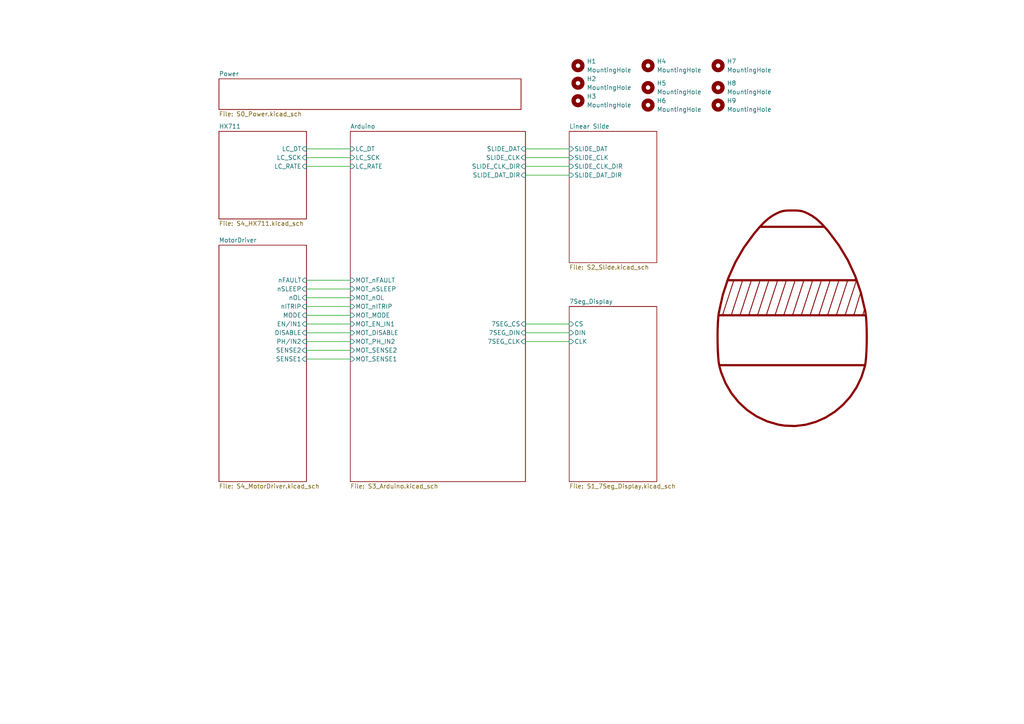
<source format=kicad_sch>
(kicad_sch (version 20250114) (generator "eeschema") (generator_version "9.0")
  (paper "A4")
  (lib_symbols
    (symbol "Graphic:SYM_EasterEgg_42x60mm" (in_bom no)
      (symbol "SYM_EasterEgg_42x60mm_0_0"
        (polyline (pts (xy -21.336 31.75) (xy 21.082 31.75)) (stroke (width 0.635)))
        (polyline (pts (xy -21.082 17.272) (xy 20.828 17.272)) (stroke (width 0.635)))
        (polyline (pts (xy -20.32 31.75) (xy -17.018 41.91)) (stroke (width 0.254)))
        (polyline (pts (xy -18.542 41.91) (xy 18.542 41.91)) (stroke (width 0.635)))
        (polyline (pts (xy -17.78 31.75) (xy -14.478 41.91)) (stroke (width 0.254)))
        (polyline (pts (xy -15.24 31.75) (xy -11.938 41.91)) (stroke (width 0.254)))
        (polyline (pts (xy -12.7 31.75) (xy -9.398 41.91)) (stroke (width 0.254)))
        (polyline (pts (xy -10.16 31.75) (xy -6.858 41.91)) (stroke (width 0.254)))
        (polyline (pts (xy -9.144 57.404) (xy 9.144 57.404)) (stroke (width 0.635)))
        (polyline (pts (xy -7.62 31.75) (xy -4.318 41.91)) (stroke (width 0.254)))
        (polyline (pts (xy -5.08 31.75) (xy -1.778 41.91)) (stroke (width 0.254)))
        (polyline (pts (xy -2.54 31.75) (xy 0.762 41.91)) (stroke (width 0.254)))
        (polyline (pts (xy 0 31.75) (xy 3.302 41.91)) (stroke (width 0.254)))
        (polyline (pts (xy 2.54 31.75) (xy 5.842 41.91)) (stroke (width 0.254)))
        (polyline (pts (xy 3.81 0) (xy 6.7876 0.8362) (xy 9.6194 2.1032) (xy 12.2601 3.7704) (xy 14.664 5.8069) (xy 16.7858 8.1821) (xy 18.5799 10.8653) (xy 20.0009 13.8258) (xy 21.0033 17.0328) (xy 21.1579 17.9022) (xy 21.3178 19.4063) (xy 21.4338 21.2395) (xy 21.5049 23.284) (xy 21.5298 25.422) (xy 21.5076 27.5357) (xy 21.4371 29.5073) (xy 21.3173 31.219) (xy 21.1471 32.5531) (xy 21.0293 33.1976) (xy 19.8134 38.3331) (xy 18.153 43.1691) (xy 16.0395 47.7248) (xy 13.4638 52.0197) (xy 10.4171 56.0733) (xy 9.6566 56.9666) (xy 8.2477 58.489) (xy 6.9641 59.662) (xy 5.7116 60.5673) (xy 4.3959 61.2863) (xy 3.6465 61.6273) (xy 2.8869 61.9035) (xy 2.1275 62.0584) (xy 1.1882 62.1264) (xy -0.1111 62.1414) (xy -1.2192 62.1318) (xy -2.2063 62.0754) (xy -2.9835 61.9377) (xy -3.7313 61.6843) (xy -4.63 61.2808) (xy -5.679 60.7202) (xy -6.9361 59.8507) (xy -8.2194 58.7217) (xy -9.6079 57.2622) (xy -11.1805 55.4015) (xy -14.1139 51.3837) (xy -16.6002 47.0991) (xy -18.6319 42.5472) (xy -20.2187 37.706) (xy -21.3706 32.5531) (xy -21.5144 31.4761) (xy -21.6403 29.8364) (xy -21.7184 27.9175) (xy -21.7496 25.8363) (xy -21.7349 23.7097) (xy -21.6753 21.6545) (xy -21.5719 19.7876) (xy -21.4256 18.2259) (xy -21.2374 17.0862) (xy -20.7288 15.2493) (xy -19.4413 12.0552) (xy -17.7312 9.1385) (xy -15.6363 6.5369) (xy -13.1945 4.2881) (xy -10.4433 2.4299) (xy -7.4207 0.9998) (xy -4.1643 0.0357) (xy -2.4005 -0.2572) (xy 0.7322 -0.3747) (xy 3.81 0)) (stroke (width 0.635)))
        (polyline (pts (xy 5.08 31.75) (xy 8.382 41.91)) (stroke (width 0.254)))
        (polyline (pts (xy 7.62 31.75) (xy 10.922 41.91)) (stroke (width 0.254)))
        (polyline (pts (xy 10.16 31.75) (xy 13.462 41.91)) (stroke (width 0.254)))
        (polyline (pts (xy 12.7 31.75) (xy 16.002 41.91)) (stroke (width 0.254)))
        (polyline (pts (xy 15.24 31.75) (xy 18.542 41.91)) (stroke (width 0.254)))
        (polyline (pts (xy 17.78 31.75) (xy 19.685 38.1)) (stroke (width 0.254)))
        (polyline (pts (xy 20.32 31.75) (xy 20.955 33.655)) (stroke (width 0.254)))
      )
    )
    (symbol "Mechanical:MountingHole" (pin_names (offset 1.016)) (exclude_from_sim yes) (in_bom no)
      (property "Reference" "H" (at 0 5.08 0))
      (property "Value" "MountingHole" (at 0 3.175 0))
      (symbol "MountingHole_0_1"
        (circle (center 0 0) (radius 1.27) (stroke (width 1.27)))
      )
    )
  )
  (wire (pts (xy 88.9 93.98) (xy 101.6 93.98)))
  (wire (pts (xy 88.9 91.44) (xy 101.6 91.44)))
  (wire (pts (xy 88.9 99.06) (xy 101.6 99.06)))
  (wire (pts (xy 88.9 83.82) (xy 101.6 83.82)))
  (wire (pts (xy 152.4 50.8) (xy 165.1 50.8)))
  (wire (pts (xy 88.9 86.36) (xy 101.6 86.36)))
  (wire (pts (xy 88.9 96.52) (xy 101.6 96.52)))
  (wire (pts (xy 88.9 48.26) (xy 101.6 48.26)))
  (wire (pts (xy 152.4 96.52) (xy 165.1 96.52)))
  (wire (pts (xy 88.9 104.14) (xy 101.6 104.14)))
  (wire (pts (xy 152.4 99.06) (xy 165.1 99.06)))
  (wire (pts (xy 88.9 81.28) (xy 101.6 81.28)))
  (wire (pts (xy 88.9 101.6) (xy 101.6 101.6)))
  (wire (pts (xy 152.4 45.72) (xy 165.1 45.72)))
  (wire (pts (xy 152.4 43.18) (xy 165.1 43.18)))
  (wire (pts (xy 152.4 48.26) (xy 165.1 48.26)))
  (wire (pts (xy 88.9 88.9) (xy 101.6 88.9)))
  (wire (pts (xy 88.9 43.18) (xy 101.6 43.18)))
  (wire (pts (xy 152.4 93.98) (xy 165.1 93.98)))
  (wire (pts (xy 88.9 45.72) (xy 101.6 45.72)))
  (symbol (lib_id "Mechanical:MountingHole") (at 167.64 29.21 0) (unit 1) (exclude_from_sim yes) (in_bom no)
    (property "Reference" "H3" (at 170.18 27.9399 0) (effects (justify left)))
    (property "Value" "MountingHole" (at 170.18 30.4799 0) (effects (justify left)))
    (property "Footprint" "MountingHole:MountingHole_4mm" (effects (hide yes)))
    (property "Description" "Mounting Hole without connection" (effects (hide yes)))
  )
  (symbol (lib_id "Mechanical:MountingHole") (at 167.64 19.05 0) (unit 1) (exclude_from_sim yes) (in_bom no)
    (property "Reference" "H1" (at 170.18 17.7799 0) (effects (justify left)))
    (property "Value" "MountingHole" (at 170.18 20.3199 0) (effects (justify left)))
    (property "Footprint" "MountingHole:MountingHole_4mm" (effects (hide yes)))
    (property "Description" "Mounting Hole without connection" (effects (hide yes)))
  )
  (symbol (lib_id "Mechanical:MountingHole") (at 208.28 19.05 0) (unit 1) (exclude_from_sim yes) (in_bom no)
    (property "Reference" "H7" (at 210.82 17.7799 0) (effects (justify left)))
    (property "Value" "MountingHole" (at 210.82 20.3199 0) (effects (justify left)))
    (property "Footprint" "MountingHole:MountingHole_4mm" (effects (hide yes)))
    (property "Description" "Mounting Hole without connection" (effects (hide yes)))
  )
  (symbol (lib_id "Mechanical:MountingHole") (at 208.28 25.4 0) (unit 1) (exclude_from_sim yes) (in_bom no)
    (property "Reference" "H8" (at 210.82 24.1299 0) (effects (justify left)))
    (property "Value" "MountingHole" (at 210.82 26.6699 0) (effects (justify left)))
    (property "Footprint" "MountingHole:MountingHole_4mm" (effects (hide yes)))
    (property "Description" "Mounting Hole without connection" (effects (hide yes)))
  )
  (symbol (lib_id "Graphic:SYM_EasterEgg_42x60mm") (at 229.87 123.19 0) (unit 1) (exclude_from_sim yes) (in_bom no)
    (property "Reference" "G1" (effects (hide yes)))
    (property "Value" "Tensile Cat" (effects (hide yes)))
    (property "Footprint" "AMX_Logo:Tensile Cat" (effects (hide yes)))
    (property "Datasheet" "https://eur-lex.europa.eu/LexUriServ/LexUriServ.do?uri=OJ:L:2013:347:0671:0854:de:PDF" (effects (hide yes)))
    (property "Description" "EasterEgg, ClassA, Medium Size" (effects (hide yes)))
  )
  (symbol (lib_id "Mechanical:MountingHole") (at 167.64 24.13 0) (unit 1) (exclude_from_sim yes) (in_bom no)
    (property "Reference" "H2" (at 170.18 22.8599 0) (effects (justify left)))
    (property "Value" "MountingHole" (at 170.18 25.3999 0) (effects (justify left)))
    (property "Footprint" "MountingHole:MountingHole_4mm" (effects (hide yes)))
    (property "Description" "Mounting Hole without connection" (effects (hide yes)))
  )
  (symbol (lib_id "Mechanical:MountingHole") (at 187.96 30.48 0) (unit 1) (exclude_from_sim yes) (in_bom no)
    (property "Reference" "H6" (at 190.5 29.2099 0) (effects (justify left)))
    (property "Value" "MountingHole" (at 190.5 31.7499 0) (effects (justify left)))
    (property "Footprint" "MountingHole:MountingHole_4mm" (effects (hide yes)))
    (property "Description" "Mounting Hole without connection" (effects (hide yes)))
  )
  (symbol (lib_id "Mechanical:MountingHole") (at 208.28 30.48 0) (unit 1) (exclude_from_sim yes) (in_bom no)
    (property "Reference" "H9" (at 210.82 29.2099 0) (effects (justify left)))
    (property "Value" "MountingHole" (at 210.82 31.7499 0) (effects (justify left)))
    (property "Footprint" "MountingHole:MountingHole_4mm" (effects (hide yes)))
    (property "Description" "Mounting Hole without connection" (effects (hide yes)))
  )
  (symbol (lib_id "Mechanical:MountingHole") (at 187.96 25.4 0) (unit 1) (exclude_from_sim yes) (in_bom no)
    (property "Reference" "H5" (at 190.5 24.1299 0) (effects (justify left)))
    (property "Value" "MountingHole" (at 190.5 26.6699 0) (effects (justify left)))
    (property "Footprint" "MountingHole:MountingHole_4mm" (effects (hide yes)))
    (property "Description" "Mounting Hole without connection" (effects (hide yes)))
  )
  (symbol (lib_id "Mechanical:MountingHole") (at 187.96 19.05 0) (unit 1) (exclude_from_sim yes) (in_bom no)
    (property "Reference" "H4" (at 190.5 17.7799 0) (effects (justify left)))
    (property "Value" "MountingHole" (at 190.5 20.3199 0) (effects (justify left)))
    (property "Footprint" "MountingHole:MountingHole_4mm" (effects (hide yes)))
    (property "Description" "Mounting Hole without connection" (effects (hide yes)))
  )
  (sheet (at 165.1 38.1) (size 25.4 38.1) (stroke (width 0.1524))
    (property "Sheetname" "Linear Slide" (at 165.1 37.3884 0) (effects (justify left bottom)))
    (property "Sheetfile" "S2_Slide.kicad_sch" (at 165.1 76.7846 0) (effects (justify left top)))
    (pin "SLIDE_DAT" input (at 165.1 43.18 180))
    (pin "SLIDE_CLK" input (at 165.1 45.72 180))
    (pin "SLIDE_CLK_DIR" input (at 165.1 48.26 180))
    (pin "SLIDE_DAT_DIR" input (at 165.1 50.8 180))
  )
  (sheet (at 63.5 71.12) (size 25.4 68.58) (stroke (width 0.1524))
    (property "Sheetname" "MotorDriver" (at 63.5 70.4084 0) (effects (justify left bottom)))
    (property "Sheetfile" "S4_MotorDriver.kicad_sch" (at 63.5 140.2846 0) (effects (justify left top)))
    (pin "nFAULT" input (at 88.9 81.28 0))
    (pin "nSLEEP" input (at 88.9 83.82 0))
    (pin "nOL" input (at 88.9 86.36 0))
    (pin "nITRIP" input (at 88.9 88.9 0))
    (pin "MODE" input (at 88.9 91.44 0))
    (pin "EN{slash}IN1" input (at 88.9 93.98 0))
    (pin "DISABLE" input (at 88.9 96.52 0))
    (pin "PH{slash}IN2" input (at 88.9 99.06 0))
    (pin "SENSE2" input (at 88.9 101.6 0))
    (pin "SENSE1" input (at 88.9 104.14 0))
  )
  (sheet (at 101.6 38.1) (size 50.8 101.6) (stroke (width 0.1524))
    (property "Sheetname" "Arduino" (at 101.6 37.3884 0) (effects (justify left bottom)))
    (property "Sheetfile" "S3_Arduino.kicad_sch" (at 101.6 140.2846 0) (effects (justify left top)))
    (pin "LC_RATE" input (at 101.6 48.26 180))
    (pin "MOT_SENSE2" input (at 101.6 101.6 180))
    (pin "MOT_SENSE1" input (at 101.6 104.14 180))
    (pin "7SEG_CS" input (at 152.4 93.98 0))
    (pin "7SEG_DIN" input (at 152.4 96.52 0))
    (pin "SLIDE_CLK" input (at 152.4 45.72 0))
    (pin "SLIDE_DAT" input (at 152.4 43.18 0))
    (pin "7SEG_CLK" input (at 152.4 99.06 0))
    (pin "MOT_nFAULT" input (at 101.6 81.28 180))
    (pin "MOT_nSLEEP" input (at 101.6 83.82 180))
    (pin "MOT_nOL" input (at 101.6 86.36 180))
    (pin "MOT_MODE" input (at 101.6 91.44 180))
    (pin "MOT_DISABLE" input (at 101.6 96.52 180))
    (pin "MOT_PH_IN2" input (at 101.6 99.06 180))
    (pin "LC_DT" input (at 101.6 43.18 180))
    (pin "LC_SCK" input (at 101.6 45.72 180))
    (pin "MOT_nITRIP" input (at 101.6 88.9 180))
    (pin "SLIDE_CLK_DIR" input (at 152.4 48.26 0))
    (pin "SLIDE_DAT_DIR" input (at 152.4 50.8 0))
    (pin "MOT_EN_IN1" input (at 101.6 93.98 180))
  )
  (sheet (at 63.5 22.86) (size 87.63 8.89) (stroke (width 0.1524))
    (property "Sheetname" "Power" (at 63.5 22.1484 0) (effects (justify left bottom)))
    (property "Sheetfile" "S0_Power.kicad_sch" (at 63.5 32.3346 0) (effects (justify left top)))
  )
  (sheet (at 165.1 88.9) (size 25.4 50.8) (stroke (width 0.1524))
    (property "Sheetname" "7Seg_Display" (at 165.1 88.1884 0) (effects (justify left bottom)))
    (property "Sheetfile" "S1_7Seg_Display.kicad_sch" (at 165.1 140.2846 0) (effects (justify left top)))
    (pin "CS" input (at 165.1 93.98 180))
    (pin "DIN" input (at 165.1 96.52 180))
    (pin "CLK" input (at 165.1 99.06 180))
  )
  (sheet (at 63.5 38.1) (size 25.4 25.4) (stroke (width 0.1524))
    (property "Sheetname" "HX711" (at 63.5 37.3884 0) (effects (justify left bottom)))
    (property "Sheetfile" "S4_HX711.kicad_sch" (at 63.5 64.0846 0) (effects (justify left top)))
    (pin "LC_DT" input (at 88.9 43.18 0))
    (pin "LC_RATE" input (at 88.9 48.26 0))
    (pin "LC_SCK" input (at 88.9 45.72 0))
  )
)
</source>
